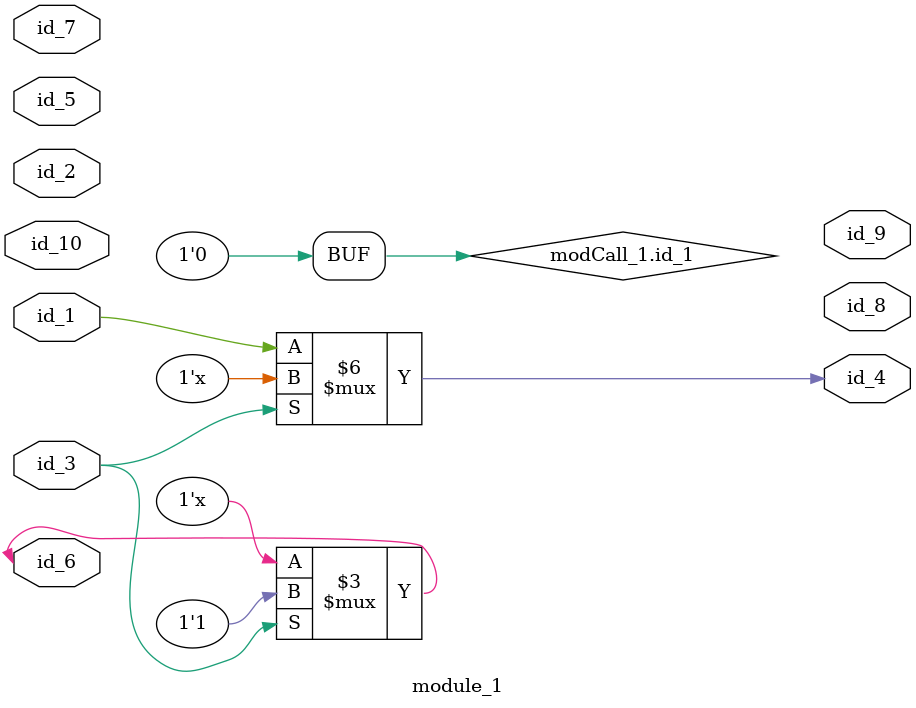
<source format=v>
module module_0;
  wire id_2;
  wire id_3;
endmodule
module module_1 (
    id_1,
    id_2,
    id_3,
    id_4,
    id_5,
    id_6,
    id_7,
    id_8,
    id_9,
    id_10
);
  input wire id_10;
  output wire id_9;
  output wire id_8;
  inout wire id_7;
  inout wire id_6;
  input wire id_5;
  output wire id_4;
  input wire id_3;
  input wire id_2;
  input wire id_1;
  wire id_11;
  wire id_12;
  module_0 modCall_1 ();
  assign modCall_1.id_1 = 0;
  always @({1} != id_3)
    if (id_3) id_6 = 1;
    else begin : LABEL_0
      id_4 = id_1;
    end
  wire id_13;
endmodule

</source>
